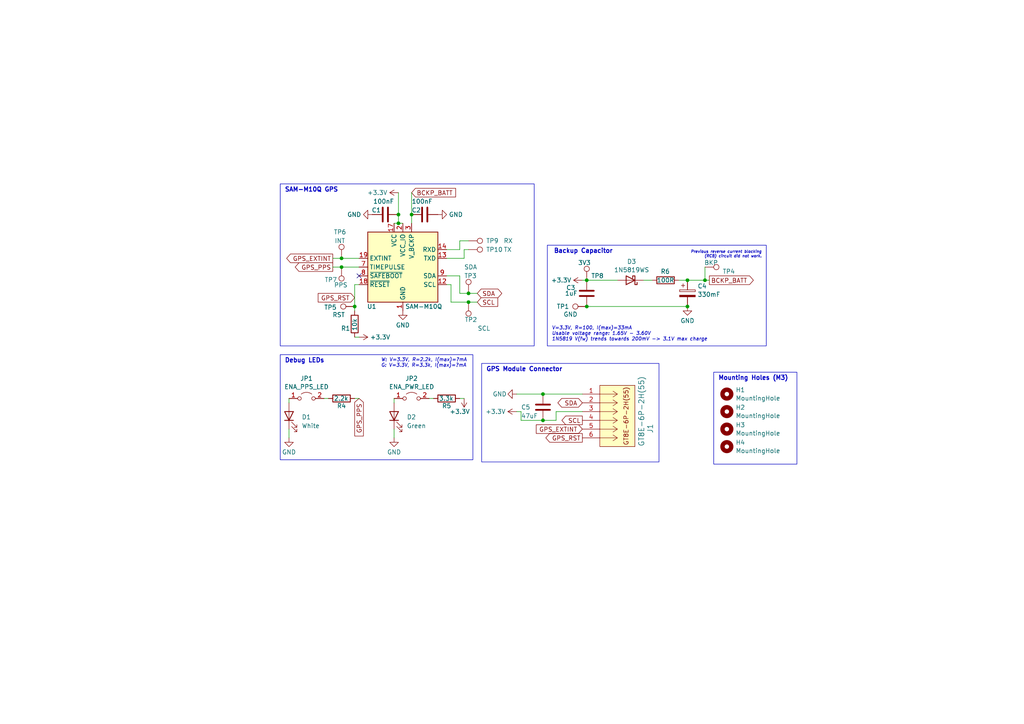
<source format=kicad_sch>
(kicad_sch (version 20230121) (generator eeschema)
  (paper "A4")
  (title_block (title "QRET 23-24 SRAD GPS Antenna Board") (date "2025-03-06") (rev "V1.2") (company "Queen's Rocket Engineering Team") (comment 1 "Contributors: Tristan Alderson, Kennan Bays") (comment 4 "GRID = 1.27mm"))
  (lib_symbols
    (symbol "CONN_GT8E-6P-2H(55):GT8E-6P-2H(55)" (pin_names (offset 0.254))
      (property "Reference" "J" (at 8.89 6.35 0))
      (property "Value" "GT8E-6P-2H(55)" (at 0 3.81 0))
      (symbol "GT8E-6P-2H(55)_1_1"
        (polyline (pts (xy 10.16 -12.7) (xy 5.08 -12.7)) (stroke (width 0.127)))
        (polyline (pts (xy 10.16 -12.7) (xy 8.89 -13.5467)) (stroke (width 0.127)))
        (polyline (pts (xy 10.16 -12.7) (xy 8.89 -11.8533)) (stroke (width 0.127)))
        (polyline (pts (xy 10.16 -10.16) (xy 5.08 -10.16)) (stroke (width 0.127)))
        (polyline (pts (xy 10.16 -10.16) (xy 8.89 -11.0067)) (stroke (width 0.127)))
        (polyline (pts (xy 10.16 -10.16) (xy 8.89 -9.3133)) (stroke (width 0.127)))
        (polyline (pts (xy 10.16 -7.62) (xy 5.08 -7.62)) (stroke (width 0.127)))
        (polyline (pts (xy 10.16 -7.62) (xy 8.89 -8.4667)) (stroke (width 0.127)))
        (polyline (pts (xy 10.16 -7.62) (xy 8.89 -6.7733)) (stroke (width 0.127)))
        (polyline (pts (xy 10.16 -5.08) (xy 5.08 -5.08)) (stroke (width 0.127)))
        (polyline (pts (xy 10.16 -5.08) (xy 8.89 -5.9267)) (stroke (width 0.127)))
        (polyline (pts (xy 10.16 -5.08) (xy 8.89 -4.2333)) (stroke (width 0.127)))
        (polyline (pts (xy 10.16 -2.54) (xy 5.08 -2.54)) (stroke (width 0.127)))
        (polyline (pts (xy 10.16 -2.54) (xy 8.89 -3.3867)) (stroke (width 0.127)))
        (polyline (pts (xy 10.16 -2.54) (xy 8.89 -1.6933)) (stroke (width 0.127)))
        (polyline (pts (xy 10.16 0) (xy 5.08 0)) (stroke (width 0.127)))
        (polyline (pts (xy 10.16 0) (xy 8.89 -0.8467)) (stroke (width 0.127)))
        (polyline (pts (xy 10.16 0) (xy 8.89 0.8467)) (stroke (width 0.127)))
        (rectangle (start 5.08 2.54) (end 15.24 -15.24) (fill (type background)))
        (text "GT8E-6P-2H(55)" (at 12.7 -6.35 900) (effects (font (size 1.27 1.27))))
        (pin passive line (at 0 0 0) (length 5.08) (name "") (number "1"))
        (pin passive line (at 0 -2.54 0) (length 5.08) (name "") (number "2"))
        (pin passive line (at 0 -5.08 0) (length 5.08) (name "") (number "3"))
        (pin passive line (at 0 -7.62 0) (length 5.08) (name "") (number "4"))
        (pin passive line (at 0 -10.16 0) (length 5.08) (name "") (number "5"))
        (pin passive line (at 0 -12.7 0) (length 5.08) (name "") (number "6"))
      )
      (symbol "GT8E-6P-2H(55)_1_2"
        (polyline (pts (xy 5.08 -17.78) (xy 12.7 -17.78)) (stroke (width 0.127)))
        (polyline (pts (xy 5.08 2.54) (xy 5.08 -17.78)) (stroke (width 0.127)))
        (polyline (pts (xy 7.62 -15.24) (xy 5.08 -15.24)) (stroke (width 0.127)))
        (polyline (pts (xy 7.62 -15.24) (xy 8.89 -16.0867)) (stroke (width 0.127)))
        (polyline (pts (xy 7.62 -15.24) (xy 8.89 -14.3933)) (stroke (width 0.127)))
        (polyline (pts (xy 7.62 -12.7) (xy 5.08 -12.7)) (stroke (width 0.127)))
        (polyline (pts (xy 7.62 -12.7) (xy 8.89 -13.5467)) (stroke (width 0.127)))
        (polyline (pts (xy 7.62 -12.7) (xy 8.89 -11.8533)) (stroke (width 0.127)))
        (polyline (pts (xy 7.62 -10.16) (xy 5.08 -10.16)) (stroke (width 0.127)))
        (polyline (pts (xy 7.62 -10.16) (xy 8.89 -11.0067)) (stroke (width 0.127)))
        (polyline (pts (xy 7.62 -10.16) (xy 8.89 -9.3133)) (stroke (width 0.127)))
        (polyline (pts (xy 7.62 -7.62) (xy 5.08 -7.62)) (stroke (width 0.127)))
        (polyline (pts (xy 7.62 -7.62) (xy 8.89 -8.4667)) (stroke (width 0.127)))
        (polyline (pts (xy 7.62 -7.62) (xy 8.89 -6.7733)) (stroke (width 0.127)))
        (polyline (pts (xy 7.62 -5.08) (xy 5.08 -5.08)) (stroke (width 0.127)))
        (polyline (pts (xy 7.62 -5.08) (xy 8.89 -5.9267)) (stroke (width 0.127)))
        (polyline (pts (xy 7.62 -5.08) (xy 8.89 -4.2333)) (stroke (width 0.127)))
        (polyline (pts (xy 7.62 -2.54) (xy 5.08 -2.54)) (stroke (width 0.127)))
        (polyline (pts (xy 7.62 -2.54) (xy 8.89 -3.3867)) (stroke (width 0.127)))
        (polyline (pts (xy 7.62 -2.54) (xy 8.89 -1.6933)) (stroke (width 0.127)))
        (polyline (pts (xy 7.62 0) (xy 5.08 0)) (stroke (width 0.127)))
        (polyline (pts (xy 7.62 0) (xy 8.89 -0.8467)) (stroke (width 0.127)))
        (polyline (pts (xy 7.62 0) (xy 8.89 0.8467)) (stroke (width 0.127)))
        (polyline (pts (xy 12.7 -17.78) (xy 12.7 2.54)) (stroke (width 0.127)))
        (polyline (pts (xy 12.7 2.54) (xy 5.08 2.54)) (stroke (width 0.127)))
        (pin unspecified line (at 0 0 0) (length 5.08) (name "1") (number "1"))
        (pin unspecified line (at 0 -2.54 0) (length 5.08) (name "2") (number "2"))
        (pin unspecified line (at 0 -5.08 0) (length 5.08) (name "3") (number "3"))
        (pin unspecified line (at 0 -7.62 0) (length 5.08) (name "4") (number "4"))
        (pin unspecified line (at 0 -10.16 0) (length 5.08) (name "5") (number "5"))
        (pin unspecified line (at 0 -12.7 0) (length 5.08) (name "6") (number "6"))
        (pin unspecified line (at 0 -15.24 0) (length 5.08) (name "7") (number "7"))
      )
    )
    (symbol "Connector:TestPoint" (pin_numbers hide) (pin_names (offset 0.762) hide)
      (property "Reference" "TP" (at 0 6.858 0))
      (property "Value" "TestPoint" (at 0 5.08 0))
      (symbol "TestPoint_0_1"
        (circle (center 0 3.302) (radius 0.762))
      )
      (symbol "TestPoint_1_1"
        (pin passive line (at 0 0 90) (length 2.54) (name "1") (number "1"))
      )
    )
    (symbol "Device:C" (pin_numbers hide) (pin_names (offset 0.254))
      (property "Reference" "C" (at 0.635 2.54 0))
      (property "Value" "C" (at 0.635 -2.54 0))
      (symbol "C_0_1"
        (polyline (pts (xy -2.032 -0.762) (xy 2.032 -0.762)) (stroke (width 0.508)))
        (polyline (pts (xy -2.032 0.762) (xy 2.032 0.762)) (stroke (width 0.508)))
      )
      (symbol "C_1_1"
        (pin passive line (at 0 3.81 270) (length 2.794) (name "~") (number "1"))
        (pin passive line (at 0 -3.81 90) (length 2.794) (name "~") (number "2"))
      )
    )
    (symbol "Device:C_Polarized" (pin_numbers hide) (pin_names (offset 0.254))
      (property "Reference" "C" (at 0.635 2.54 0))
      (property "Value" "C_Polarized" (at 0.635 -2.54 0))
      (symbol "C_Polarized_0_1"
        (rectangle (start -2.286 0.508) (end 2.286 1.016))
        (polyline (pts (xy -1.778 2.286) (xy -0.762 2.286)))
        (polyline (pts (xy -1.27 2.794) (xy -1.27 1.778)))
        (rectangle (start 2.286 -0.508) (end -2.286 -1.016) (fill (type outline)))
      )
      (symbol "C_Polarized_1_1"
        (pin passive line (at 0 3.81 270) (length 2.794) (name "~") (number "1"))
        (pin passive line (at 0 -3.81 90) (length 2.794) (name "~") (number "2"))
      )
    )
    (symbol "Device:LED" (pin_numbers hide) (pin_names (offset 1.016) hide)
      (property "Reference" "D" (at 0 2.54 0))
      (property "Value" "LED" (at 0 -2.54 0))
      (symbol "LED_0_1"
        (polyline (pts (xy -1.27 -1.27) (xy -1.27 1.27)) (stroke (width 0.254)))
        (polyline (pts (xy -1.27 0) (xy 1.27 0)))
        (polyline (pts (xy 1.27 -1.27) (xy 1.27 1.27) (xy -1.27 0) (xy 1.27 -1.27)) (stroke (width 0.254)))
        (polyline (pts (xy -3.048 -0.762) (xy -4.572 -2.286) (xy -3.81 -2.286) (xy -4.572 -2.286) (xy -4.572 -1.524)))
        (polyline (pts (xy -1.778 -0.762) (xy -3.302 -2.286) (xy -2.54 -2.286) (xy -3.302 -2.286) (xy -3.302 -1.524)))
      )
      (symbol "LED_1_1"
        (pin passive line (at -3.81 0 0) (length 2.54) (name "K") (number "1"))
        (pin passive line (at 3.81 0 180) (length 2.54) (name "A") (number "2"))
      )
    )
    (symbol "Device:R" (pin_numbers hide) (pin_names (offset 0))
      (property "Reference" "R" (at 2.032 0 90))
      (property "Value" "R" (at 0 0 90))
      (symbol "R_0_1"
        (rectangle (start -1.016 -2.54) (end 1.016 2.54) (stroke (width 0.254)))
      )
      (symbol "R_1_1"
        (pin passive line (at 0 3.81 270) (length 1.27) (name "~") (number "1"))
        (pin passive line (at 0 -3.81 90) (length 1.27) (name "~") (number "2"))
      )
    )
    (symbol "Diode:1N5817" (pin_numbers hide) (pin_names (offset 1.016) hide)
      (property "Reference" "D" (at 0 2.54 0))
      (property "Value" "1N5817" (at 0 -2.54 0))
      (symbol "1N5817_0_1"
        (polyline (pts (xy 1.27 0) (xy -1.27 0)))
        (polyline (pts (xy 1.27 1.27) (xy 1.27 -1.27) (xy -1.27 0) (xy 1.27 1.27)) (stroke (width 0.254)))
        (polyline (pts (xy -1.905 0.635) (xy -1.905 1.27) (xy -1.27 1.27) (xy -1.27 -1.27) (xy -0.635 -1.27) (xy -0.635 -0.635)) (stroke (width 0.254)))
      )
      (symbol "1N5817_1_1"
        (pin passive line (at -3.81 0 0) (length 2.54) (name "K") (number "1"))
        (pin passive line (at 3.81 0 180) (length 2.54) (name "A") (number "2"))
      )
    )
    (symbol "Jumper:Jumper_2_Open" (pin_names (offset 0) hide)
      (property "Reference" "JP" (at 0 2.794 0))
      (property "Value" "Jumper_2_Open" (at 0 -2.286 0))
      (symbol "Jumper_2_Open_0_0"
        (circle (center -2.032 0) (radius 0.508))
        (circle (center 2.032 0) (radius 0.508))
      )
      (symbol "Jumper_2_Open_0_1"
        (arc (start 1.524 1.27) (mid 0 1.778) (end -1.524 1.27))
      )
      (symbol "Jumper_2_Open_1_1"
        (pin passive line (at -5.08 0 0) (length 2.54) (name "A") (number "1"))
        (pin passive line (at 5.08 0 180) (length 2.54) (name "B") (number "2"))
      )
    )
    (symbol "Mechanical:MountingHole" (pin_names (offset 1.016))
      (property "Reference" "H" (at 0 5.08 0))
      (property "Value" "MountingHole" (at 0 3.175 0))
      (symbol "MountingHole_0_1"
        (circle (center 0 0) (radius 1.27) (stroke (width 1.27)))
      )
    )
    (symbol "RF_GPS:SAM-M8Q"
      (property "Reference" "U" (at -8.89 11.43 0))
      (property "Value" "SAM-M8Q" (at 8.89 11.43 0))
      (symbol "SAM-M8Q_0_1"
        (rectangle (start -10.16 10.16) (end 10.16 -10.16) (stroke (width 0.254)) (fill (type background)))
      )
      (symbol "SAM-M8Q_1_1"
        (pin power_in line (at 0 -12.7 90) (length 2.54) (name "GND") (number "1"))
        (pin passive line (at 0 -12.7 90) (length 2.54) hide (name "GND") (number "10"))
        (pin passive line (at 0 -12.7 90) (length 2.54) hide (name "GND") (number "11"))
        (pin input line (at 12.7 -5.08 180) (length 2.54) (name "SCL") (number "12"))
        (pin output line (at 12.7 2.54 180) (length 2.54) (name "TXD") (number "13"))
        (pin input line (at 12.7 5.08 180) (length 2.54) (name "RXD") (number "14"))
        (pin passive line (at 0 -12.7 90) (length 2.54) hide (name "GND") (number "15"))
        (pin passive line (at 0 -12.7 90) (length 2.54) hide (name "GND") (number "16"))
        (pin power_in line (at -2.54 12.7 270) (length 2.54) (name "VCC") (number "17"))
        (pin input line (at -12.7 -5.08 0) (length 2.54) (name "~{RESET}") (number "18"))
        (pin input line (at -12.7 2.54 0) (length 2.54) (name "EXTINT") (number "19"))
        (pin power_in line (at 0 12.7 270) (length 2.54) (name "VCC_IO") (number "2"))
        (pin passive line (at 0 -12.7 90) (length 2.54) hide (name "GND") (number "20"))
        (pin power_in line (at 2.54 12.7 270) (length 2.54) (name "V_BCKP") (number "3"))
        (pin passive line (at 0 -12.7 90) (length 2.54) hide (name "GND") (number "4"))
        (pin passive line (at 0 -12.7 90) (length 2.54) hide (name "GND") (number "5"))
        (pin passive line (at 0 -12.7 90) (length 2.54) hide (name "GND") (number "6"))
        (pin output line (at -12.7 0 0) (length 2.54) (name "TIMEPULSE") (number "7"))
        (pin input line (at -12.7 -2.54 0) (length 2.54) (name "~{SAFEBOOT}") (number "8"))
        (pin bidirectional line (at 12.7 -2.54 180) (length 2.54) (name "SDA") (number "9"))
      )
    )
    (symbol "power:+3.3V" (power) (pin_names (offset 0))
      (property "Value" "+3.3V" (at 0 3.556 0))
      (symbol "+3.3V_0_1"
        (polyline (pts (xy -0.762 1.27) (xy 0 2.54)))
        (polyline (pts (xy 0 0) (xy 0 2.54)))
        (polyline (pts (xy 0 2.54) (xy 0.762 1.27)))
      )
      (symbol "+3.3V_1_1"
        (pin power_in line (at 0 0 90) (length 0) hide (name "+3.3V") (number "1"))
      )
    )
    (symbol "power:GND" (power) (pin_names (offset 0))
      (property "Value" "GND" (at 0 -3.81 0))
      (symbol "GND_0_1"
        (polyline (pts (xy 0 0) (xy 0 -1.27) (xy 1.27 -1.27) (xy 0 -2.54) (xy -1.27 -1.27) (xy 0 -1.27)))
      )
      (symbol "GND_1_1"
        (pin power_in line (at 0 0 270) (length 0) hide (name "GND") (number "1"))
      )
    )
  )
  (junction (at 199.39 88.9))
  (junction (at 119.38 62.23))
  (junction (at 99.06 77.47))
  (junction (at 102.87 88.9))
  (junction (at 115.57 62.23))
  (junction (at 199.39 81.28))
  (junction (at 115.57 64.77))
  (junction (at 204.47 81.28))
  (junction (at 135.89 87.63))
  (junction (at 157.48 114.3))
  (junction (at 170.18 88.9))
  (junction (at 99.06 74.93))
  (junction (at 170.18 81.28))
  (junction (at 135.89 85.09))
  (junction (at 157.48 121.92))
  (no_connect (at 104.14 80.01))
  (wire (pts (xy 96.52 74.93) (xy 99.06 74.93)))
  (wire (pts (xy 151.13 119.38) (xy 149.86 119.38)))
  (wire (pts (xy 102.87 88.9) (xy 102.87 82.55)))
  (wire (pts (xy 133.35 85.09) (xy 133.35 80.01)))
  (wire (pts (xy 115.57 64.77) (xy 116.84 64.77)))
  (wire (pts (xy 134.62 74.93) (xy 134.62 72.39)))
  (wire (pts (xy 135.89 85.09) (xy 138.43 85.09)))
  (wire (pts (xy 115.57 62.23) (xy 115.57 64.77)))
  (wire (pts (xy 157.48 121.92) (xy 151.13 121.92)))
  (wire (pts (xy 157.48 114.3) (xy 168.91 114.3)))
  (wire (pts (xy 133.35 80.01) (xy 129.54 80.01)))
  (wire (pts (xy 130.81 82.55) (xy 130.81 87.63)))
  (wire (pts (xy 133.35 72.39) (xy 133.35 69.85)))
  (wire (pts (xy 102.87 115.57) (xy 104.14 115.57)))
  (wire (pts (xy 186.69 81.28) (xy 189.23 81.28)))
  (wire (pts (xy 151.13 121.92) (xy 151.13 119.38)))
  (wire (pts (xy 129.54 74.93) (xy 134.62 74.93)))
  (wire (pts (xy 119.38 55.88) (xy 119.38 62.23)))
  (wire (pts (xy 114.3 124.46) (xy 114.3 127)))
  (wire (pts (xy 170.18 81.28) (xy 179.07 81.28)))
  (wire (pts (xy 93.98 115.57) (xy 95.25 115.57)))
  (wire (pts (xy 124.46 115.57) (xy 125.73 115.57)))
  (wire (pts (xy 134.62 72.39) (xy 135.89 72.39)))
  (wire (pts (xy 204.47 77.47) (xy 204.47 81.28)))
  (wire (pts (xy 157.48 121.92) (xy 161.29 121.92)))
  (wire (pts (xy 114.3 64.77) (xy 115.57 64.77)))
  (wire (pts (xy 196.85 81.28) (xy 199.39 81.28)))
  (wire (pts (xy 168.91 119.38) (xy 161.29 119.38)))
  (wire (pts (xy 83.82 115.57) (xy 83.82 116.84)))
  (wire (pts (xy 149.86 114.3) (xy 157.48 114.3)))
  (wire (pts (xy 204.47 81.28) (xy 205.74 81.28)))
  (wire (pts (xy 135.89 87.63) (xy 138.43 87.63)))
  (wire (pts (xy 102.87 90.17) (xy 102.87 88.9)))
  (wire (pts (xy 133.35 69.85) (xy 135.89 69.85)))
  (wire (pts (xy 96.52 77.47) (xy 99.06 77.47)))
  (wire (pts (xy 83.82 124.46) (xy 83.82 127)))
  (wire (pts (xy 114.3 115.57) (xy 114.3 116.84)))
  (wire (pts (xy 129.54 72.39) (xy 133.35 72.39)))
  (wire (pts (xy 102.87 82.55) (xy 104.14 82.55)))
  (wire (pts (xy 99.06 77.47) (xy 104.14 77.47)))
  (wire (pts (xy 168.91 81.28) (xy 170.18 81.28)))
  (wire (pts (xy 130.81 87.63) (xy 135.89 87.63)))
  (wire (pts (xy 199.39 81.28) (xy 204.47 81.28)))
  (wire (pts (xy 119.38 62.23) (xy 119.38 64.77)))
  (wire (pts (xy 102.87 97.79) (xy 104.14 97.79)))
  (wire (pts (xy 115.57 55.88) (xy 115.57 62.23)))
  (wire (pts (xy 129.54 82.55) (xy 130.81 82.55)))
  (wire (pts (xy 133.35 115.57) (xy 134.62 115.57)))
  (wire (pts (xy 135.89 85.09) (xy 133.35 85.09)))
  (wire (pts (xy 161.29 119.38) (xy 161.29 121.92)))
  (wire (pts (xy 99.06 74.93) (xy 104.14 74.93)))
  (wire (pts (xy 170.18 88.9) (xy 199.39 88.9)))
  (rectangle (start 158.75 71.12) (end 222.25 100.33))
  (rectangle (start 207.01 107.95) (end 231.14 134.62))
  (rectangle (start 139.7 105.41) (end 191.135 133.985))
  (rectangle (start 81.28 102.87) (end 137.16 133.35))
  (rectangle (start 81.28 53.34) (end 154.94 100.33))
  (text "W: V=3.3V, R=2.2k, I(max)=?mA\nG: V=3.3V, R=3.3k, I(max)=?mA" (at 110.49 106.68 0) (effects (font (size 1 1) italic) (justify left bottom)))
  (text "Mounting Holes (M3)" (at 208.28 110.49 0) (effects (font (size 1.27 1.27) (thickness 0.254) bold) (justify left bottom)))
  (text "V=3.3V, R=100, I(max)=33mA\nUsable voltage range: 1.65V - 3.60V\n1N5819 V(fw) trends towards 200mV -> 3.1V max charge" (at 160.02 99.06 0) (effects (font (size 1 1) italic) (justify left bottom)))
  (text "Backup Capacitor" (at 177.8 73.66 0) (effects (font (size 1.27 1.27) (thickness 0.254) bold) (justify right bottom)))
  (text "SAM-M10Q GPS" (at 82.55 55.88 0) (effects (font (size 1.27 1.27) (thickness 0.254) bold) (justify left bottom)))
  (text "GPS Module Connector" (at 140.97 107.95 0) (effects (font (size 1.27 1.27) (thickness 0.254) bold) (justify left bottom)))
  (text "Debug LEDs" (at 82.55 105.41 0) (effects (font (size 1.27 1.27) (thickness 0.254) bold) (justify left bottom)))
  (text "Previous reverse current blocking\n(RCB) circuit did not work." (at 220.98 74.93 0) (effects (font (size 0.8 0.8) italic) (justify right bottom)))
  (global_label "SCL" (shape output) (at 168.91 121.92 180) (property "Intersheetrefs" "${INTERSHEET_REFS}" (effects hide)))
  (global_label "GPS_EXTINT" (shape input) (at 168.91 124.46 180) (property "Intersheetrefs" "${INTERSHEET_REFS}" (effects hide)))
  (global_label "GPS_RST" (shape input) (at 102.87 86.36 180) (property "Intersheetrefs" "${INTERSHEET_REFS}" (effects hide)))
  (global_label "BCKP_BATT" (shape input) (at 119.38 55.88 0) (property "Intersheetrefs" "${INTERSHEET_REFS}" (effects hide)))
  (global_label "BCKP_BATT" (shape output) (at 205.74 81.28 0) (property "Intersheetrefs" "${INTERSHEET_REFS}" (effects hide)))
  (global_label "GPS_EXTINT" (shape output) (at 96.52 74.93 180) (property "Intersheetrefs" "${INTERSHEET_REFS}" (effects hide)))
  (global_label "GPS_PPS" (shape input) (at 104.14 115.57 270) (property "Intersheetrefs" "${INTERSHEET_REFS}" (effects hide)))
  (global_label "SDA" (shape bidirectional) (at 168.91 116.84 180) (property "Intersheetrefs" "${INTERSHEET_REFS}" (effects hide)))
  (global_label "GPS_RST" (shape output) (at 168.91 127 180) (property "Intersheetrefs" "${INTERSHEET_REFS}" (effects hide)))
  (global_label "GPS_PPS" (shape output) (at 96.52 77.47 180) (property "Intersheetrefs" "${INTERSHEET_REFS}" (effects hide)))
  (global_label "SDA" (shape bidirectional) (at 138.43 85.09 0) (property "Intersheetrefs" "${INTERSHEET_REFS}" (effects hide)))
  (global_label "SCL" (shape input) (at 138.43 87.63 0) (property "Intersheetrefs" "${INTERSHEET_REFS}" (effects hide)))
  (symbol (lib_id "power:GND") (at 116.84 90.17 0) (unit 1)
    (property "Reference" "#PWR05" (effects hide))
    (property "Value" "GND" (at 116.84 94.3031 0))
  )
  (symbol (lib_id "power:+3.3V") (at 168.91 81.28 90) (unit 1)
    (property "Reference" "#PWR010" (effects hide))
    (property "Value" "+3.3V" (at 165.735 81.28 90) (effects (justify left)))
  )
  (symbol (lib_id "Device:R") (at 129.54 115.57 270) (mirror x) (unit 1)
    (property "Reference" "R5" (at 129.54 117.729 90))
    (property "Value" "3.3k" (at 129.413 115.57 90))
    (property "Footprint" "Resistor_SMD:R_0603_1608Metric" (effects hide))
    (property "JLCPCB" "C22978" (effects hide))
  )
  (symbol (lib_id "Device:C") (at 123.19 62.23 270) (unit 1)
    (property "Reference" "C2" (at 119.38 60.96 90) (effects (justify left)))
    (property "Value" "100nF" (at 119.38 58.42 90) (effects (justify left)))
    (property "Footprint" "Capacitor_SMD:C_0603_1608Metric" (effects hide))
    (property "JLCPCB" "C14663" (effects hide))
  )
  (symbol (lib_id "Connector:TestPoint") (at 135.89 72.39 270) (unit 1) (in_bom no)
    (property "Reference" "TP10" (at 140.97 72.39 90) (effects (justify left)))
    (property "Value" "TX" (at 146.05 72.39 90) (effects (justify left)))
    (property "Footprint" "TestPoint:TestPoint_Pad_1.5x1.5mm" (effects hide))
  )
  (symbol (lib_id "power:+3.3V") (at 104.14 97.79 270) (unit 1)
    (property "Reference" "#PWR012" (effects hide))
    (property "Value" "+3.3V" (at 107.315 97.79 90) (effects (justify left)))
  )
  (symbol (lib_id "Mechanical:MountingHole") (at 210.82 129.54 0) (unit 1) (in_bom no)
    (property "Reference" "H4" (at 213.36 128.3279 0) (effects (justify left)))
    (property "Value" "MountingHole" (at 213.36 130.7521 0) (effects (justify left)))
    (property "Footprint" "MountingHole:MountingHole_3.2mm_M3_DIN965_Pad" (effects hide))
  )
  (symbol (lib_id "Connector:TestPoint") (at 170.18 81.28 0) (unit 1) (in_bom no)
    (property "Reference" "TP8" (at 171.45 80.01 0) (effects (justify left)))
    (property "Value" "3V3" (at 167.64 76.2 0) (effects (justify left)))
    (property "Footprint" "TestPoint:TestPoint_Pad_1.5x1.5mm" (effects hide))
  )
  (symbol (lib_id "power:+3.3V") (at 149.86 119.38 90) (unit 1)
    (property "Reference" "#PWR02" (effects hide))
    (property "Value" "+3.3V" (at 146.685 119.38 90) (effects (justify left)))
  )
  (symbol (lib_id "Connector:TestPoint") (at 170.18 88.9 90) (unit 1) (in_bom no)
    (property "Reference" "TP1" (at 165.1 88.9 90) (effects (justify left)))
    (property "Value" "GND" (at 167.513 91.186 90) (effects (justify left)))
    (property "Footprint" "TestPoint:TestPoint_Pad_1.5x1.5mm" (effects hide))
  )
  (symbol (lib_id "Connector:TestPoint") (at 99.06 77.47 180) (unit 1) (in_bom no)
    (property "Reference" "TP7" (at 97.79 81.153 0) (effects (justify left)))
    (property "Value" "PPS" (at 100.838 82.677 0) (effects (justify left)))
    (property "Footprint" "TestPoint:TestPoint_Pad_1.5x1.5mm" (effects hide))
  )
  (symbol (lib_id "power:+3.3V") (at 115.57 55.88 90) (unit 1)
    (property "Reference" "#PWR011" (effects hide))
    (property "Value" "+3.3V" (at 112.395 55.88 90) (effects (justify left)))
  )
  (symbol (lib_id "power:GND") (at 114.3 127 0) (unit 1)
    (property "Reference" "#PWR03" (effects hide))
    (property "Value" "GND" (at 114.3 131.1331 0))
  )
  (symbol (lib_id "Device:LED") (at 114.3 120.65 90) (unit 1)
    (property "Reference" "D2" (at 117.983 120.9675 90) (effects (justify right)))
    (property "Value" "Green" (at 117.983 123.5075 90) (effects (justify right)))
    (property "Footprint" "LED_SMD:LED_0805_2012Metric" (effects hide))
    (property "JLCPCB" "C2297" (effects hide))
  )
  (symbol (lib_id "power:GND") (at 107.95 62.23 270) (unit 1)
    (property "Reference" "#PWR07" (effects hide))
    (property "Value" "GND" (at 104.7751 62.23 90) (effects (justify right)))
  )
  (symbol (lib_id "Device:C") (at 111.76 62.23 90) (unit 1)
    (property "Reference" "C1" (at 110.49 60.96 90) (effects (justify left)))
    (property "Value" "100nF" (at 114.3 58.42 90) (effects (justify left)))
    (property "Footprint" "Capacitor_SMD:C_0603_1608Metric" (effects hide))
    (property "JLCPCB" "C14663" (effects hide))
  )
  (symbol (lib_id "power:GND") (at 199.39 88.9 0) (unit 1)
    (property "Reference" "#PWR08" (effects hide))
    (property "Value" "GND" (at 199.39 93.0331 0))
  )
  (symbol (lib_id "Device:R") (at 102.87 93.98 180) (unit 1)
    (property "Reference" "R1" (at 101.6 95.25 0) (effects (justify left)))
    (property "Value" "10k" (at 102.87 92.329 90) (effects (justify left)))
    (property "Footprint" "Resistor_SMD:R_0603_1608Metric" (effects hide))
    (property "JLCPCB" "C25804" (effects hide))
  )
  (symbol (lib_id "power:GND") (at 127 62.23 90) (unit 1)
    (property "Reference" "#PWR06" (effects hide))
    (property "Value" "GND" (at 130.175 62.23 90) (effects (justify right)))
  )
  (symbol (lib_id "Mechanical:MountingHole") (at 210.82 114.3 0) (unit 1) (in_bom no)
    (property "Reference" "H1" (at 213.36 113.0879 0) (effects (justify left)))
    (property "Value" "MountingHole" (at 213.36 115.5121 0) (effects (justify left)))
    (property "Footprint" "MountingHole:MountingHole_3.2mm_M3_DIN965_Pad" (effects hide))
  )
  (symbol (lib_id "Device:R") (at 193.04 81.28 90) (unit 1)
    (property "Reference" "R6" (at 194.31 78.74 90) (effects (justify left)))
    (property "Value" "100R" (at 195.58 81.28 90) (effects (justify left)))
    (property "Footprint" "Resistor_SMD:R_0603_1608Metric" (effects hide))
    (property "JLCPCB" "C22775" (effects hide))
  )
  (symbol (lib_id "Connector:TestPoint") (at 135.89 69.85 270) (unit 1) (in_bom no)
    (property "Reference" "TP9" (at 140.97 69.85 90) (effects (justify left)))
    (property "Value" "RX" (at 146.05 69.85 90) (effects (justify left)))
    (property "Footprint" "TestPoint:TestPoint_Pad_1.5x1.5mm" (effects hide))
  )
  (symbol (lib_id "Connector:TestPoint") (at 135.89 85.09 0) (unit 1) (in_bom no)
    (property "Reference" "TP3" (at 134.62 80.01 0) (effects (justify left)))
    (property "Value" "SDA" (at 134.62 77.47 0) (effects (justify left)))
    (property "Footprint" "TestPoint:TestPoint_Pad_1.5x1.5mm" (effects hide))
  )
  (symbol (lib_id "Device:R") (at 99.06 115.57 270) (mirror x) (unit 1)
    (property "Reference" "R4" (at 99.06 117.729 90))
    (property "Value" "2.2k" (at 98.933 115.57 90))
    (property "Footprint" "Resistor_SMD:R_0603_1608Metric" (effects hide))
    (property "JLCPCB" "C4190" (effects hide))
  )
  (symbol (lib_id "Device:C") (at 170.18 85.09 0) (unit 1)
    (property "Reference" "C3" (at 164.211 83.439 0) (effects (justify left)))
    (property "Value" "1uF" (at 163.83 85.09 0) (effects (justify left)))
    (property "Footprint" "Capacitor_SMD:C_0603_1608Metric" (effects hide))
    (property "JLCPCB" "C15849" (effects hide))
  )
  (symbol (lib_id "power:+3.3V") (at 134.62 115.57 180) (unit 1)
    (property "Reference" "#PWR013" (effects hide))
    (property "Value" "+3.3V" (at 133.35 119.38 0))
  )
  (symbol (lib_id "Device:LED") (at 83.82 120.65 90) (unit 1)
    (property "Reference" "D1" (at 87.503 120.9675 90) (effects (justify right)))
    (property "Value" "White" (at 87.503 123.5075 90) (effects (justify right)))
    (property "Footprint" "LED_SMD:LED_0805_2012Metric" (effects hide))
    (property "JLCPCB" "C34499" (effects hide))
  )
  (symbol (lib_id "Mechanical:MountingHole") (at 210.82 119.38 0) (unit 1) (in_bom no)
    (property "Reference" "H2" (at 213.36 118.1679 0) (effects (justify left)))
    (property "Value" "MountingHole" (at 213.36 120.5921 0) (effects (justify left)))
    (property "Footprint" "MountingHole:MountingHole_3.2mm_M3_DIN965_Pad" (effects hide))
  )
  (symbol (lib_id "power:GND") (at 83.82 127 0) (unit 1)
    (property "Reference" "#PWR04" (effects hide))
    (property "Value" "GND" (at 83.82 131.1331 0))
  )
  (symbol (lib_id "Jumper:Jumper_2_Open") (at 88.9 115.57 0) (unit 1) (in_bom no)
    (property "Reference" "JP1" (at 88.9 109.7747 0))
    (property "Value" "ENA_PPS_LED" (at 88.9 112.1989 0))
    (property "Footprint" "Jumper:SolderJumper-2_P1.3mm_Open_RoundedPad1.0x1.5mm" (effects hide))
  )
  (symbol (lib_id "power:GND") (at 149.86 114.3 270) (unit 1)
    (property "Reference" "#PWR01" (effects hide))
    (property "Value" "GND" (at 142.875 114.3 90) (effects (justify left)))
  )
  (symbol (lib_id "Device:C_Polarized") (at 199.39 85.09 0) (unit 1)
    (property "Reference" "C4" (at 202.311 82.9889 0) (effects (justify left)))
    (property "Value" "330mF" (at 202.311 85.4131 0) (effects (justify left)))
    (property "Footprint" "CB5R5334HF-ZJP:CB5R5334HF-ZJP" (effects hide))
    (property "Datasheet" "https://mm.digikey.com/Volume0/opasdata/d220001/medias/docus/5561/CB%20%20Series.pdf" (effects hide))
    (property "Digikey" "4688-CB5R5334HF-ZJP-ND" (effects hide))
    (property "Model" "CB5R5334HF-ZJP" (effects hide))
  )
  (symbol (lib_id "Device:C") (at 157.48 118.11 0) (unit 1)
    (property "Reference" "C5" (at 151.13 118.11 0) (effects (justify left)))
    (property "Value" "47uF" (at 151.13 120.65 0) (effects (justify left)))
    (property "Footprint" "Capacitor_SMD:C_0805_2012Metric" (effects hide))
    (property "JLCPCB" "C16780" (effects hide))
  )
  (symbol (lib_id "RF_GPS:SAM-M8Q") (at 116.84 77.47 0) (unit 1)
    (property "Reference" "U1" (at 109.22 88.9 0) (effects (justify right)))
    (property "Value" "SAM-M10Q" (at 128.27 88.9 0) (effects (justify right)))
    (property "Footprint" "RF_GPS:ublox_SAM-M8Q_HandSolder" (effects hide))
    (property "Datasheet" "https://www.u-blox.com/sites/default/files/SAM-M8Q_DataSheet_%28UBX-16012619%29.pdf" (effects hide))
    (property "Digikey" "672-SAM-M10Q-00BCT-ND" (effects hide))
  )
  (symbol (lib_id "Diode:1N5817") (at 182.88 81.28 180) (unit 1)
    (property "Reference" "D3" (at 183.1975 75.8657 0))
    (property "Value" "1N5819WS" (at 183.1975 78.2899 0))
    (property "Footprint" "Diode_SMD:D_SOD-323_HandSoldering" (effects hide))
    (property "Datasheet" "http://www.vishay.com/docs/88525/1n5817.pdf" (effects hide))
    (property "JLCPCB" "C191023" (effects hide))
  )
  (symbol (lib_id "CONN_GT8E-6P-2H(55):GT8E-6P-2H(55)") (at 168.91 114.3 0) (unit 1)
    (property "Reference" "J1" (at 188.595 125.73 90) (effects (font (size 1.524 1.524)) (justify left)))
    (property "Value" "GT8E-6P-2H(55)" (at 186.055 129.54 90) (effects (font (size 1.524 1.524)) (justify left)))
    (property "Footprint" "footprints:CONN_GT8E-6P-2H(55)" (effects hide))
    (property "Digikey" "26-GT8E-6P-2H(55)CT-ND" (effects hide))
  )
  (symbol (lib_id "Connector:TestPoint") (at 204.47 77.47 270) (mirror x) (unit 1) (in_bom no)
    (property "Reference" "TP4" (at 209.55 78.74 90) (effects (justify left)))
    (property "Value" "BKP" (at 208.28 76.2 90) (effects (justify right)))
    (property "Footprint" "TestPoint:TestPoint_Pad_1.5x1.5mm" (effects hide))
  )
  (symbol (lib_id "Mechanical:MountingHole") (at 210.82 124.46 0) (unit 1) (in_bom no)
    (property "Reference" "H3" (at 213.36 123.2479 0) (effects (justify left)))
    (property "Value" "MountingHole" (at 213.36 125.6721 0) (effects (justify left)))
    (property "Footprint" "MountingHole:MountingHole_3.2mm_M3_DIN965_Pad" (effects hide))
  )
  (symbol (lib_id "Connector:TestPoint") (at 102.87 88.9 90) (unit 1) (in_bom no)
    (property "Reference" "TP5" (at 97.663 89.154 90) (effects (justify left)))
    (property "Value" "RST" (at 100.076 91.313 90) (effects (justify left)))
    (property "Footprint" "TestPoint:TestPoint_Pad_1.5x1.5mm" (effects hide))
  )
  (symbol (lib_id "Connector:TestPoint") (at 99.06 74.93 0) (unit 1) (in_bom no)
    (property "Reference" "TP6" (at 96.774 67.31 0) (effects (justify left)))
    (property "Value" "INT" (at 97.028 69.85 0) (effects (justify left)))
    (property "Footprint" "TestPoint:TestPoint_Pad_1.5x1.5mm" (effects hide))
  )
  (symbol (lib_id "Jumper:Jumper_2_Open") (at 119.38 115.57 0) (unit 1) (in_bom no)
    (property "Reference" "JP2" (at 119.38 109.7747 0))
    (property "Value" "ENA_PWR_LED" (at 119.38 112.1989 0))
    (property "Footprint" "Jumper:SolderJumper-2_P1.3mm_Open_RoundedPad1.0x1.5mm" (effects hide))
  )
  (symbol (lib_id "Connector:TestPoint") (at 135.89 87.63 180) (unit 1) (in_bom no)
    (property "Reference" "TP2" (at 138.43 92.71 0) (effects (justify left)))
    (property "Value" "SCL" (at 142.24 95.25 0) (effects (justify left)))
    (property "Footprint" "TestPoint:TestPoint_Pad_1.5x1.5mm" (effects hide))
  )
)
</source>
